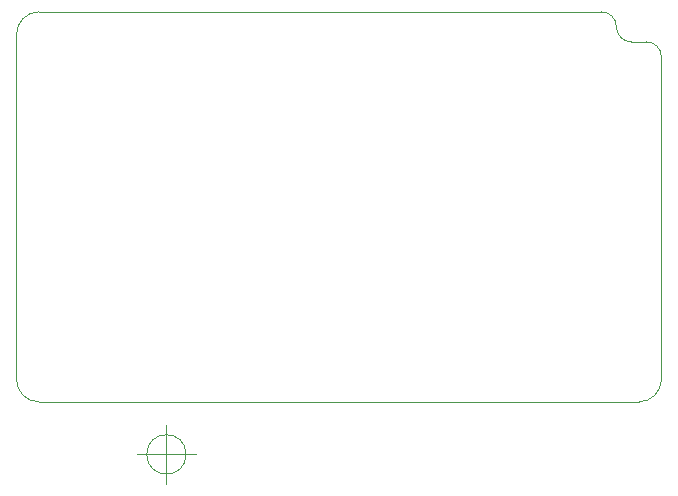
<source format=gm1>
G04 #@! TF.GenerationSoftware,KiCad,Pcbnew,(5.1.10)-1*
G04 #@! TF.CreationDate,2021-08-27T08:10:05+02:00*
G04 #@! TF.ProjectId,JuntekOnSteroidsTTGO,4a756e74-656b-44f6-9e53-7465726f6964,2.5*
G04 #@! TF.SameCoordinates,PX5b716c8PY5b716c8*
G04 #@! TF.FileFunction,Profile,NP*
%FSLAX46Y46*%
G04 Gerber Fmt 4.6, Leading zero omitted, Abs format (unit mm)*
G04 Created by KiCad (PCBNEW (5.1.10)-1) date 2021-08-27 08:10:05*
%MOMM*%
%LPD*%
G01*
G04 APERTURE LIST*
G04 #@! TA.AperFunction,Profile*
%ADD10C,0.050000*%
G04 #@! TD*
G04 APERTURE END LIST*
D10*
X17541666Y-1270000D02*
G75*
G03*
X17541666Y-1270000I-1666666J0D01*
G01*
X13375000Y-1270000D02*
X18375000Y-1270000D01*
X15875000Y1230000D02*
X15875000Y-3770000D01*
X55245000Y33655000D02*
X56515000Y33655000D01*
X55245000Y33655000D02*
G75*
G02*
X53975000Y34925000I0J1270000D01*
G01*
X56515000Y33655000D02*
G75*
G02*
X57785000Y32385000I0J-1270000D01*
G01*
X52705000Y36195000D02*
G75*
G02*
X53975000Y34925000I0J-1270000D01*
G01*
X3175000Y34290000D02*
G75*
G02*
X5080000Y36195000I1905000J0D01*
G01*
X5080000Y3175000D02*
G75*
G02*
X3175000Y5080000I0J1905000D01*
G01*
X57785000Y5080000D02*
G75*
G02*
X55880000Y3175000I-1905000J0D01*
G01*
X57785000Y5080000D02*
X57785000Y32385000D01*
X5080000Y3175000D02*
X55880000Y3175000D01*
X3175000Y34290000D02*
X3175000Y5080000D01*
X52705000Y36195000D02*
X5080000Y36195000D01*
M02*

</source>
